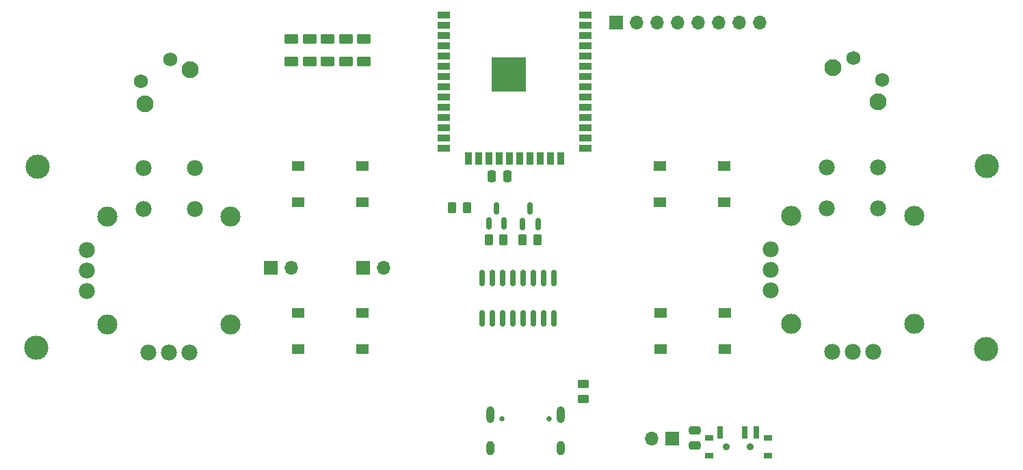
<source format=gbr>
%TF.GenerationSoftware,KiCad,Pcbnew,9.0.0*%
%TF.CreationDate,2025-04-24T22:15:06+07:00*%
%TF.ProjectId,Controll_,436f6e74-726f-46c6-9cbb-2e6b69636164,rev?*%
%TF.SameCoordinates,Original*%
%TF.FileFunction,Soldermask,Top*%
%TF.FilePolarity,Negative*%
%FSLAX46Y46*%
G04 Gerber Fmt 4.6, Leading zero omitted, Abs format (unit mm)*
G04 Created by KiCad (PCBNEW 9.0.0) date 2025-04-24 22:15:06*
%MOMM*%
%LPD*%
G01*
G04 APERTURE LIST*
G04 Aperture macros list*
%AMRoundRect*
0 Rectangle with rounded corners*
0 $1 Rounding radius*
0 $2 $3 $4 $5 $6 $7 $8 $9 X,Y pos of 4 corners*
0 Add a 4 corners polygon primitive as box body*
4,1,4,$2,$3,$4,$5,$6,$7,$8,$9,$2,$3,0*
0 Add four circle primitives for the rounded corners*
1,1,$1+$1,$2,$3*
1,1,$1+$1,$4,$5*
1,1,$1+$1,$6,$7*
1,1,$1+$1,$8,$9*
0 Add four rect primitives between the rounded corners*
20,1,$1+$1,$2,$3,$4,$5,0*
20,1,$1+$1,$4,$5,$6,$7,0*
20,1,$1+$1,$6,$7,$8,$9,0*
20,1,$1+$1,$8,$9,$2,$3,0*%
G04 Aperture macros list end*
%ADD10R,1.550000X1.300000*%
%ADD11C,2.100000*%
%ADD12C,1.750000*%
%ADD13RoundRect,0.250000X0.625000X-0.375000X0.625000X0.375000X-0.625000X0.375000X-0.625000X-0.375000X0*%
%ADD14RoundRect,0.150000X0.150000X-0.587500X0.150000X0.587500X-0.150000X0.587500X-0.150000X-0.587500X0*%
%ADD15C,1.982000*%
%ADD16C,2.490000*%
%ADD17C,3.000000*%
%ADD18RoundRect,0.250000X0.262500X0.450000X-0.262500X0.450000X-0.262500X-0.450000X0.262500X-0.450000X0*%
%ADD19RoundRect,0.250000X-0.250000X-0.475000X0.250000X-0.475000X0.250000X0.475000X-0.250000X0.475000X0*%
%ADD20R,1.500000X0.900000*%
%ADD21R,0.900000X1.500000*%
%ADD22C,0.600000*%
%ADD23R,4.200000X4.200000*%
%ADD24R,1.000000X0.800000*%
%ADD25C,0.900000*%
%ADD26R,0.700000X1.500000*%
%ADD27R,1.700000X1.700000*%
%ADD28O,1.700000X1.700000*%
%ADD29RoundRect,0.250000X-0.475000X0.250000X-0.475000X-0.250000X0.475000X-0.250000X0.475000X0.250000X0*%
%ADD30RoundRect,0.250000X-0.450000X0.262500X-0.450000X-0.262500X0.450000X-0.262500X0.450000X0.262500X0*%
%ADD31RoundRect,0.150000X0.150000X-0.825000X0.150000X0.825000X-0.150000X0.825000X-0.150000X-0.825000X0*%
%ADD32C,0.650000*%
%ADD33O,1.000000X1.800000*%
%ADD34O,1.000000X2.100000*%
G04 APERTURE END LIST*
D10*
%TO.C,SW2*%
X111100000Y-94325000D03*
X119060000Y-94325000D03*
X111100000Y-98825000D03*
X119060000Y-98825000D03*
%TD*%
D11*
%TO.C,SW6*%
X92176565Y-68393723D03*
X97775000Y-64175000D03*
D12*
X91676340Y-65652852D03*
X95270201Y-62944684D03*
%TD*%
D10*
%TO.C,SW3*%
X155920000Y-76150000D03*
X163880000Y-76150000D03*
X155920000Y-80650000D03*
X163880000Y-80650000D03*
%TD*%
D13*
%TO.C,D6*%
X112525000Y-63152500D03*
X112525000Y-60352500D03*
%TD*%
D14*
%TO.C,Q1*%
X134750000Y-83287500D03*
X136650000Y-83287500D03*
X135700000Y-81412500D03*
%TD*%
D15*
%TO.C,U1*%
X91955000Y-76382500D03*
X98305000Y-76382500D03*
X91955000Y-81462500D03*
X98305000Y-81462500D03*
X92590000Y-99242500D03*
X95130000Y-99242500D03*
X97670000Y-99242500D03*
D16*
X87510000Y-82415000D03*
X87510000Y-95750000D03*
X102750000Y-95750000D03*
X102750000Y-82415000D03*
D15*
X84970000Y-86542500D03*
X84970000Y-89082500D03*
X84970000Y-91622500D03*
%TD*%
D11*
%TO.C,SW7*%
X177350000Y-63975000D03*
X182948434Y-68193724D03*
D12*
X179846813Y-62738667D03*
X183440673Y-65446834D03*
%TD*%
D13*
%TO.C,D7*%
X114775000Y-63152500D03*
X114775000Y-60352500D03*
%TD*%
D17*
%TO.C,H1*%
X196275000Y-98800000D03*
%TD*%
D18*
%TO.C,R7*%
X140750000Y-85250000D03*
X138925000Y-85250000D03*
%TD*%
%TO.C,R9*%
X132000000Y-81300000D03*
X130175000Y-81300000D03*
%TD*%
D13*
%TO.C,D9*%
X119275000Y-63152500D03*
X119275000Y-60352500D03*
%TD*%
%TO.C,D8*%
X117025000Y-63152500D03*
X117025000Y-60352500D03*
%TD*%
D10*
%TO.C,SW5*%
X163925000Y-98825000D03*
X155965000Y-98825000D03*
X163925000Y-94325000D03*
X155965000Y-94325000D03*
%TD*%
D13*
%TO.C,D5*%
X110275000Y-63152500D03*
X110275000Y-60352500D03*
%TD*%
D19*
%TO.C,D10*%
X135125000Y-77425000D03*
X137025000Y-77425000D03*
%TD*%
D20*
%TO.C,U5*%
X129155000Y-57410000D03*
X129155000Y-58680000D03*
X129155000Y-59950000D03*
X129155000Y-61220000D03*
X129155000Y-62490000D03*
X129155000Y-63760000D03*
X129155000Y-65030000D03*
X129155000Y-66300000D03*
X129155000Y-67570000D03*
X129155000Y-68840000D03*
X129155000Y-70110000D03*
X129155000Y-71380000D03*
X129155000Y-72650000D03*
X129155000Y-73920000D03*
D21*
X132195000Y-75170000D03*
X133465000Y-75170000D03*
X134735000Y-75170000D03*
X136005000Y-75170000D03*
X137275000Y-75170000D03*
X138545000Y-75170000D03*
X139815000Y-75170000D03*
X141085000Y-75170000D03*
X142355000Y-75170000D03*
X143625000Y-75170000D03*
D20*
X146655000Y-73920000D03*
X146655000Y-72650000D03*
X146655000Y-71380000D03*
X146655000Y-70110000D03*
X146655000Y-68840000D03*
X146655000Y-67570000D03*
X146655000Y-66300000D03*
X146655000Y-65030000D03*
X146655000Y-63760000D03*
X146655000Y-62490000D03*
X146655000Y-61220000D03*
X146655000Y-59950000D03*
X146655000Y-58680000D03*
X146655000Y-57410000D03*
D22*
X135700000Y-63987500D03*
X135700000Y-65512500D03*
X136462500Y-63225000D03*
X136462500Y-64750000D03*
X136462500Y-66275000D03*
X137225000Y-63987500D03*
D23*
X137225000Y-64750000D03*
D22*
X137225000Y-65512500D03*
X137987500Y-63225000D03*
X137987500Y-64750000D03*
X137987500Y-66275000D03*
X138750000Y-63987500D03*
X138750000Y-65512500D03*
%TD*%
D17*
%TO.C,H6*%
X78725000Y-98675000D03*
%TD*%
D24*
%TO.C,SW1*%
X161975000Y-109815000D03*
X161975000Y-112025000D03*
D25*
X164125000Y-110925000D03*
X167125000Y-110925000D03*
D24*
X169275000Y-109815000D03*
X169275000Y-112025000D03*
D26*
X163375000Y-109165000D03*
X166375000Y-109165000D03*
X167875000Y-109165000D03*
%TD*%
D27*
%TO.C,J2*%
X150475000Y-58375000D03*
D28*
X153015000Y-58375000D03*
X155555000Y-58375000D03*
X158095000Y-58375000D03*
X160635000Y-58375000D03*
X163175000Y-58375000D03*
X165715000Y-58375000D03*
X168255000Y-58375000D03*
%TD*%
D17*
%TO.C,H7*%
X78825000Y-76200000D03*
%TD*%
D10*
%TO.C,SW4*%
X111100000Y-76125000D03*
X119060000Y-76125000D03*
X111100000Y-80625000D03*
X119060000Y-80625000D03*
%TD*%
D17*
%TO.C,H5*%
X196350000Y-76175000D03*
%TD*%
D29*
%TO.C,C5*%
X160200000Y-108900000D03*
X160200000Y-110800000D03*
%TD*%
D15*
%TO.C,U2*%
X176575000Y-76300000D03*
X182925000Y-76300000D03*
X176575000Y-81380000D03*
X182925000Y-81380000D03*
X177210000Y-99160000D03*
X179750000Y-99160000D03*
X182290000Y-99160000D03*
D16*
X172130000Y-82332500D03*
X172130000Y-95667500D03*
X187370000Y-95667500D03*
X187370000Y-82332500D03*
D15*
X169590000Y-86460000D03*
X169590000Y-89000000D03*
X169590000Y-91540000D03*
%TD*%
D14*
%TO.C,Q2*%
X138900000Y-83300000D03*
X140800000Y-83300000D03*
X139850000Y-81425000D03*
%TD*%
D30*
%TO.C,R8*%
X146450000Y-103150000D03*
X146450000Y-104975000D03*
%TD*%
D31*
%TO.C,U6*%
X133935000Y-94987500D03*
X135205000Y-94987500D03*
X136475000Y-94987500D03*
X137745000Y-94987500D03*
X139015000Y-94987500D03*
X140285000Y-94987500D03*
X141555000Y-94987500D03*
X142825000Y-94987500D03*
X142825000Y-90037500D03*
X141555000Y-90037500D03*
X140285000Y-90037500D03*
X139015000Y-90037500D03*
X137745000Y-90037500D03*
X136475000Y-90037500D03*
X135205000Y-90037500D03*
X133935000Y-90037500D03*
%TD*%
D18*
%TO.C,R6*%
X136562500Y-85262500D03*
X134737500Y-85262500D03*
%TD*%
D27*
%TO.C,J1*%
X157400000Y-109950000D03*
D28*
X154860000Y-109950000D03*
%TD*%
D27*
%TO.C,J6*%
X119150000Y-88775000D03*
D28*
X121690000Y-88775000D03*
%TD*%
D32*
%TO.C,P2*%
X142165000Y-107455000D03*
X136385000Y-107455000D03*
D33*
X143595000Y-111135000D03*
D34*
X143595000Y-106935000D03*
D33*
X134955000Y-111135000D03*
D34*
X134955000Y-106935000D03*
%TD*%
D27*
%TO.C,J5*%
X107700000Y-88775000D03*
D28*
X110240000Y-88775000D03*
%TD*%
M02*

</source>
